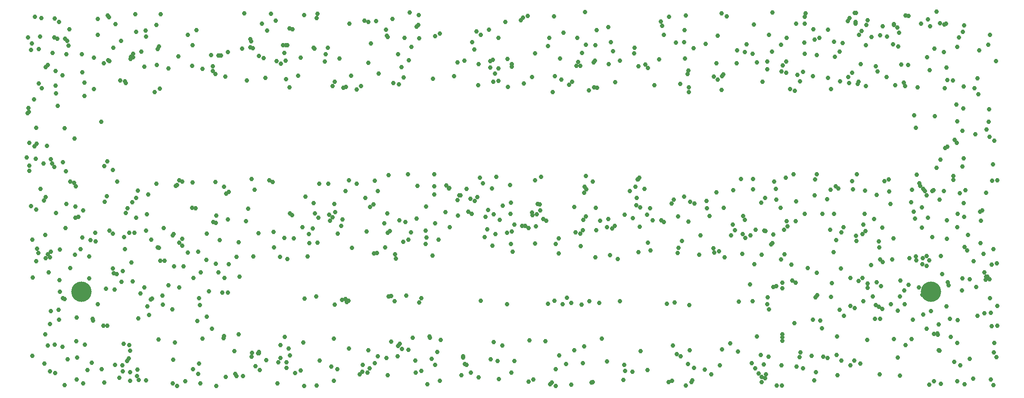
<source format=gbr>
G04 DipTrace 3.0.0.1*
G04 TopMask.gbr*
%MOIN*%
G04 #@! TF.FileFunction,Soldermask,Top*
G04 #@! TF.Part,Single*
%AMOUTLINE1*5,1,6,0,0,0.036651,-5E-6.0*%
%ADD16C,0.15748*%
%ADD21OUTLINE1*%
%FSLAX26Y26*%
G04*
G70*
G90*
G75*
G01*
G04 TopMask*
%LPD*%
D16*
X1015906Y1249501D3*
X7590709D3*
D21*
X638656Y1359126D3*
X3387497Y3223127D3*
X5144083Y1758625D3*
X7917177Y577139D3*
X6575483Y2878172D3*
X5663026Y1641184D3*
X2098222Y3080492D3*
X2053988Y2936974D3*
X2998545Y1699715D3*
X4311606Y1151211D3*
X757357Y3007325D3*
X779038Y1097772D3*
X7709951Y1136892D3*
X3735937Y2898377D3*
X8042202Y2448684D3*
X2428348Y3058373D3*
X7337647Y3150573D3*
X2629298Y754301D3*
X3359025Y1778570D3*
X3899925Y2917946D3*
X4333391Y2074391D3*
X6298974Y1721001D3*
X4074169Y3267278D3*
X4908609Y2061168D3*
X7609171Y2034449D3*
X4540899Y1848848D3*
X6204484Y695236D3*
X741159Y2990113D3*
X5753681Y3136764D3*
X774531Y633416D3*
X1595533Y2084450D3*
X2561218Y3014605D3*
X6755899Y746312D3*
X750375Y2380696D3*
X603421Y3218063D3*
X5757316Y658552D3*
X7444751Y2038932D3*
X2713820Y639827D3*
X6619238Y3406052D3*
X1086899Y1648785D3*
X7794677Y1748353D3*
X5985518Y1899614D3*
X2116504Y888109D3*
X3036412Y1810496D3*
X899797Y3090518D3*
X1024336Y1670096D3*
X7186549Y1638238D3*
X6915260Y1062409D3*
X808277Y2215791D3*
X5167022Y1503169D3*
X2277475Y3406769D3*
X1502730Y2992736D3*
X6337152Y1112951D3*
X6087459Y3019703D3*
X2086217Y1649005D3*
X5717345Y2794526D3*
X1368971Y712026D3*
X7328571Y3295335D3*
X1386719Y1707186D3*
X6676592Y1032294D3*
X1954404Y2974462D3*
X4181507Y3036143D3*
X4169556Y3279526D3*
X3948530Y1995142D3*
X1643870Y1219504D3*
X7512262Y3326385D3*
X1020723Y3088133D3*
X6255550Y616490D3*
X4221270Y1695916D3*
X6323400Y2972324D3*
X7473597Y2518278D3*
X7012782Y1642615D3*
X1279909Y3321480D3*
X7126003Y1456701D3*
X6456303Y1538264D3*
X4767299Y690280D3*
X1289999Y1387079D3*
X7263427Y2120672D3*
X6312924Y607787D3*
X8038219Y2566644D3*
X891831Y1743210D3*
X1926004Y692865D3*
X4563797Y1924988D3*
X3474157Y2854780D3*
X7195570Y1498146D3*
X6840415Y1851836D3*
X614995Y2401898D3*
X8042720Y1345966D3*
X7557442Y962495D3*
X8104333Y2113751D3*
X7834539Y2495164D3*
X7842521Y2281091D3*
X1659202Y1490525D3*
X2132450Y590265D3*
X850427Y1574265D3*
X5582356Y1933651D3*
X632325Y3171580D3*
X3969967Y749354D3*
X5950987Y1563445D3*
X4943694Y2809928D3*
X7215114Y3307454D3*
X4425682Y1760396D3*
X1806434Y1445605D3*
X3429298Y2866929D3*
X2626789Y3288593D3*
X5856159Y1894423D3*
X1688829Y2977794D3*
X2777445Y1695576D3*
X7007619Y3340825D3*
X4029896Y623306D3*
X8052142Y1086312D3*
X6913521Y1750421D3*
X5340129Y1901109D3*
X4922228Y2041028D3*
X7031156Y1331076D3*
X5636252Y1587675D3*
X6441012Y1317810D3*
X3414152Y862218D3*
X1127522Y1640046D3*
X5678535Y3182972D3*
X5841119Y646318D3*
X2032238Y2958265D3*
X7599915Y2029337D3*
X2057126Y1784012D3*
X8095361Y744000D3*
X7567606Y3358054D3*
X6749730Y1853983D3*
X5710667Y689369D3*
X4107449Y3238573D3*
X830369Y3209168D3*
X5006728Y2828314D3*
X3555277Y3413827D3*
X8094080Y3035391D3*
X663887Y2280088D3*
X7304951Y881961D3*
X5129605Y3112707D3*
X3495282Y804854D3*
X789003Y2241668D3*
X4992098Y1515171D3*
X7996636Y1543714D3*
X7190598Y1593143D3*
X896066Y2184001D3*
X3542743Y2158811D3*
X1105781Y1027104D3*
X5418839Y1569030D3*
X6273562Y760455D3*
X7086579Y3160660D3*
X3839476Y2071450D3*
X868356Y823572D3*
X1720841Y1113108D3*
X7214869Y1116035D3*
X6581462Y779850D3*
X5593789Y831098D3*
X7523020Y1225923D3*
X7386635Y1153731D3*
X3250394Y1905413D3*
X6055526Y1770734D3*
X5485453Y3050799D3*
X6733505Y1025953D3*
X6815007Y2039669D3*
X4203995Y2874496D3*
X1308938Y584139D3*
X7196719Y3235976D3*
X2239156Y1366121D3*
X7584070Y3305634D3*
X1872497Y3000026D3*
X4876525Y3000328D3*
X1382537Y732329D3*
X3862887Y2052608D3*
X2741529Y3392140D3*
X6470635Y2944732D3*
X1767240Y3072860D3*
X7520762Y1745297D3*
X6190361Y1305577D3*
X2137845Y2008093D3*
X7524157Y1463362D3*
X5380816Y3008025D3*
X1541049Y1068106D3*
X3042987Y2828058D3*
X7265731Y2024936D3*
X7042820Y691558D3*
X5628567Y1548530D3*
X4039730Y3182509D3*
X7555549Y1526759D3*
X7560167Y3065646D3*
X2585837Y1665837D3*
X1936138Y540551D3*
X5706004Y2934442D3*
X7666580Y537252D3*
X2923854Y3138818D3*
X7692445Y3319109D3*
X4627827Y1155576D3*
X5694399Y523278D3*
X1374930Y1897445D3*
X5955852Y680335D3*
X7008802Y3409635D3*
X2363921Y672430D3*
X4771988Y1202971D3*
X993154Y1830885D3*
X3280353Y1546735D3*
X4709790Y1662465D3*
X3524591Y1789878D3*
X7067745Y1175719D3*
X1839761Y3237966D3*
X6163261Y3166245D3*
X2446407Y720332D3*
X1773723Y1282982D3*
X2207047Y613736D3*
X1940909Y1399408D3*
X4348312Y1715675D3*
X3601462Y715251D3*
X888344Y2517417D3*
X6244898Y3026205D3*
X1294957Y2102659D3*
X7353239Y1336806D3*
X1920298Y1558379D3*
X7478412Y2155442D3*
X5941505Y3231034D3*
X4533832Y1754866D3*
X7934825Y2468450D3*
X1984563Y1497205D3*
X6794298Y3280841D3*
X3779220Y1652630D3*
X4685634Y1618983D3*
X7100676Y1311869D3*
X6995875Y717297D3*
X1746865Y2070726D3*
X1208081Y1271739D3*
X1757503Y518566D3*
X1458730Y564265D3*
X3834936Y1864453D3*
X7296143Y3166098D3*
X7288820Y1500343D3*
X2659819Y1663727D3*
X2601226Y3159757D3*
X6298230Y687253D3*
X3680230Y1723992D3*
X3213814Y1975314D3*
X4108312Y1177825D3*
X4090210Y587051D3*
X1102888Y1039766D3*
X8046804Y3239049D3*
X7086643Y2843287D3*
X5930753Y2017833D3*
X5325531Y2994346D3*
X8063751Y2108933D3*
X6599356Y655075D3*
X6391411Y2046117D3*
X4060399Y1953757D3*
X3255297Y3172512D3*
X810475Y840619D3*
X3448831Y1504719D3*
X4858650Y3029167D3*
X3088364Y3327476D3*
X7379272Y2869881D3*
X3440587Y1176669D3*
X1024612Y2947643D3*
X4476014Y551276D3*
X7439432Y883738D3*
X5084798Y708888D3*
X5278790Y629944D3*
X4123109Y2090354D3*
X2482297Y3403961D3*
X6896218Y1707585D3*
X7786580Y2699000D3*
X2506549Y1593165D3*
X2905982Y3088059D3*
X3237892Y3024238D3*
X7350030Y599060D3*
X2036434Y1790751D3*
X2454126Y3271049D3*
X3086043Y2112563D3*
X6846661Y3069702D3*
X3275197Y1926295D3*
X5524782Y1789614D3*
X885710Y1193732D3*
X6363601Y1624257D3*
X1899996Y1896948D3*
X7361612Y3007678D3*
X4681315Y2919577D3*
X842854Y3339787D3*
X4236777Y714172D3*
X4245255Y572167D3*
X4663322Y2796718D3*
X1392982Y793381D3*
X1123465Y1705967D3*
X4470333Y3385589D3*
X1798012Y1604383D3*
X1771971Y1628869D3*
X756465Y833853D3*
X6960974Y3369059D3*
X3316068Y2939518D3*
X6370654Y1285778D3*
X7384609Y1260696D3*
X1629430Y3398588D3*
X5416631Y1895858D3*
X7764854Y2144415D3*
X6815341Y2819651D3*
X1599163Y3004814D3*
X2290987Y1794883D3*
X2645684Y1843084D3*
X1501993Y1283450D3*
X705917Y3367657D3*
X6690073Y3203663D3*
X1562895Y1196000D3*
X2970049Y558682D3*
X4905690Y826286D3*
X5852585Y1952333D3*
X2976432Y1149875D3*
X1607424Y3128773D3*
X6150147Y3105234D3*
X5616259Y3180042D3*
X6510306Y1459106D3*
X6310345Y1719912D3*
X2158035Y2022570D3*
X8013211Y1341676D3*
X6546449Y1948406D3*
X4526780Y2113564D3*
X4676319Y1178488D3*
X7478285Y1493260D3*
X757568Y1539747D3*
X1400694Y3068954D3*
X5334604Y2133699D3*
X3178954Y2842797D3*
X6332787Y746115D3*
X5713450Y2961071D3*
X5685885Y3055657D3*
X7216722Y1477912D3*
X7095906Y874676D3*
X1394633Y626602D3*
X3310993Y748570D3*
X2959623Y2841047D3*
X8019018Y2505260D3*
X3692398Y533719D3*
X5097747Y3011213D3*
X6668060Y752357D3*
X3287975Y2110521D3*
X4244041Y2977612D3*
X7394312Y836373D3*
X2388437Y771793D3*
X4807014Y530134D3*
X3014049Y3055231D3*
X7461507Y2616192D3*
X7047630Y3014129D3*
X3492950Y2987846D3*
X3995391Y681932D3*
X5559302Y550811D3*
X2625199Y2831243D3*
X4728904Y2890963D3*
X1328031Y1327144D3*
X7837046Y3262357D3*
X6747862Y966003D3*
X7486232Y2831722D3*
X2940014Y1798050D3*
X5083932Y1749341D3*
X5283339Y1820626D3*
X1729667Y1696446D3*
X6894312Y1428529D3*
X670201Y2394870D3*
X7000484Y1122178D3*
X4896764Y694457D3*
X6281541Y1537168D3*
X4983055Y2832597D3*
X4483878Y873490D3*
X1112378Y3062963D3*
X901331Y1927996D3*
X2469546Y2111877D3*
X3731899Y1527631D3*
X7847135Y3311521D3*
X1260327Y2193975D3*
X3710584Y901444D3*
X3995286Y2044581D3*
X5436886Y1801857D3*
X4308879Y1706794D3*
X7577409Y1492146D3*
X4346693Y2994211D3*
X3170026Y610146D3*
X5182976Y3038399D3*
X4058298Y3126982D3*
X7580604Y2966386D3*
X2335541Y776724D3*
X1646867Y1148039D3*
X6979701Y2106698D3*
X7080337Y2034129D3*
X1725001Y1686822D3*
X7415168Y1302717D3*
X5725239Y1944492D3*
X8003882Y1081810D3*
X1396026Y3052699D3*
X5848079Y3169678D3*
X5372764Y2045381D3*
X4142543Y1829185D3*
X1438638Y3261177D3*
X1044156Y840178D3*
X4244268Y2884173D3*
X3602886Y621917D3*
X5451387Y2849335D3*
X4885744Y1147881D3*
X7521505Y1902850D3*
X4741350Y1150923D3*
X4339151Y1620702D3*
X1276399Y681157D3*
X4642429Y533997D3*
X3230479Y623081D3*
X7975797Y1798379D3*
X1323635Y3192854D3*
X4194841Y2048535D3*
X2620873Y808621D3*
X4502730Y1861995D3*
X1927916Y1199563D3*
X5652419Y750362D3*
X7832904Y1354050D3*
X2077835Y3079797D3*
X7065081Y1770562D3*
X4504852Y2913896D3*
X792711Y3098877D3*
X7791996Y557319D3*
X4418175Y3353112D3*
X3646812Y1197944D3*
X4037612Y1853900D3*
X7877874Y1688287D3*
X960509Y2092732D3*
X6678808Y3283311D3*
X7712268Y1660387D3*
X7699719Y2362801D3*
X7089760Y3316268D3*
X7690927Y3107312D3*
X1217203Y984343D3*
X6699004Y627339D3*
X5807324Y1685281D3*
X7974025Y1626896D3*
X6480428Y1755634D3*
X7311941Y2848807D3*
X4978971Y3026659D3*
X7156722Y1037790D3*
X6709831Y1224073D3*
X4090089Y3014239D3*
X1515890Y3227138D3*
X6440713Y895181D3*
X6208429Y3093231D3*
X1211710Y1988895D3*
X4253146Y1804920D3*
X4607697Y864597D3*
X2149235Y1242873D3*
X3464495Y749991D3*
X1233958Y1721622D3*
X931123Y2103147D3*
X7708035Y3326480D3*
X2821051Y3132327D3*
X2020701Y3084194D3*
X724500Y2243919D3*
X916807Y3157361D3*
X7614055Y924188D3*
X5112471Y3182421D3*
X2976152Y2876143D3*
X969365Y1822392D3*
X873471Y1199959D3*
X6790657Y735558D3*
X5585867Y559833D3*
X3680332Y1618770D3*
X842866Y1032420D3*
X1188753Y3020900D3*
X8081688Y851684D3*
X5973283Y2919411D3*
X655692Y3377919D3*
X1337781Y631731D3*
X1142963Y3240904D3*
X2342371Y3137396D3*
X6278420Y548241D3*
X2844138Y3402898D3*
X4205757Y859541D3*
X7657951Y791874D3*
X613538Y2227496D3*
X8003451Y1397777D3*
X2630862Y1855046D3*
X1525663Y1137163D3*
X7891018Y1344963D3*
X1911928Y1021177D3*
X6275497Y1938343D3*
X4973664Y549757D3*
X8102134Y1138539D3*
X6884934Y3110513D3*
X778795Y2274770D3*
X7455613Y1867661D3*
X1352568Y1578656D3*
X4687856Y517728D3*
X6474051Y1794982D3*
X4200175Y3047262D3*
X3752024Y1780073D3*
X1552231Y1189472D3*
X5970593Y2811949D3*
X3578474Y891362D3*
X1612304Y879563D3*
X7713087Y1801924D3*
X6429581Y3162319D3*
X7194865Y608285D3*
X2061185Y1838297D3*
X1875450Y2095314D3*
X2322322Y3206906D3*
X5606189Y1165879D3*
X6212451Y2042000D3*
X1194518Y2223143D3*
X7986181Y1878752D3*
X5043945Y886178D3*
X977109Y867319D3*
X726039Y1954756D3*
X2149214Y1810505D3*
X2215209Y595358D3*
X872365Y2252130D3*
X5401470Y1628664D3*
X6686154Y561596D3*
X3627577Y3391962D3*
X1878961Y648835D3*
X4027782Y1970752D3*
X7342167Y3257441D3*
X5992398Y1516815D3*
X3468144Y829362D3*
X2027823Y962727D3*
X1198235Y1944403D3*
X6707636Y3082846D3*
X6394623Y1292731D3*
X4840749Y1710825D3*
X7663915Y2273081D3*
X3382319Y1855584D3*
X5304951Y2063741D3*
X2778759Y1626496D3*
X6101701Y1170942D3*
X7394125Y3388114D3*
X665241Y1484558D3*
X1738958Y854677D3*
X6364087Y3411638D3*
X1906669Y3276459D3*
X4295172Y3338388D3*
X7618151Y3133415D3*
X3147488Y2815573D3*
X4572451Y2140912D3*
X2968726Y886486D3*
X6535327Y2806198D3*
X2053823Y2098484D3*
X868634Y2925367D3*
X7204043Y1291938D3*
X7506323Y2067979D3*
X4098875Y2131675D3*
X6036075Y850654D3*
X6855343Y1648345D3*
X2498012Y2098534D3*
X6323223Y3031093D3*
X7769259Y704652D3*
X2346146Y1521558D3*
X7619442Y2610038D3*
X6241720Y901570D3*
X7098967Y1280290D3*
X5973996Y803961D3*
X4367835Y712407D3*
X5524693Y3237944D3*
X7437101Y1940979D3*
X2692020Y2921286D3*
X8098457Y1470499D3*
X6430814Y1499207D3*
X2332621Y746037D3*
X3084427Y1178139D3*
X3926530Y3026001D3*
X848281Y1339648D3*
X731017Y690970D3*
X8071259Y2234883D3*
X2120785Y2061346D3*
X2552525Y1519488D3*
X1393354Y560264D3*
X1616629Y1589804D3*
X2075575Y1399276D3*
X2198665Y790480D3*
X6394912Y1963812D3*
X7651421Y794273D3*
X6152525Y1664432D3*
X2726991Y1750594D3*
X5910996Y2917280D3*
X6727454Y3216476D3*
X5298273Y3140306D3*
X2812608Y1937037D3*
X7839157Y2669249D3*
X668312Y2519391D3*
X4747487Y3256130D3*
X6694547Y2120173D3*
X5293920Y3094577D3*
X7773556Y2425295D3*
X7212987Y1745724D3*
X7526576Y1510470D3*
X4513878Y569223D3*
X3245025Y656028D3*
X6059988Y2036327D3*
X1230541Y3376588D3*
X2858257Y2086934D3*
X3624535Y3315028D3*
X6550769Y669327D3*
X7149143Y1811755D3*
X6676461Y2920378D3*
X5030329Y1800635D3*
X6612665Y1854109D3*
X6148841Y1804699D3*
X4920940Y3162881D3*
X1557395Y1654000D3*
X3394112Y1211979D3*
X6707848Y2157728D3*
X2266615Y597486D3*
X2997517Y648343D3*
X7555757Y1447983D3*
X7590423Y1100093D3*
X738042Y1687682D3*
X6213110Y2121806D3*
X4708361Y1546736D3*
X3791230Y3250253D3*
X4963654Y547336D3*
X5216696Y682862D3*
X5319499Y2118272D3*
X1986761Y1056332D3*
X7053106Y3269823D3*
X780318Y1557793D3*
X1445160Y596899D3*
X3058458Y1191677D3*
X2767915Y1521424D3*
X1952780Y886071D3*
X1625584Y1489643D3*
X3298063Y3345058D3*
X2330508Y3188703D3*
X5314992Y1975537D3*
X1755343Y2075314D3*
X741399Y1983059D3*
X7279340Y1153675D3*
X818062Y2847129D3*
X4276315Y1914874D3*
X3304218Y1550268D3*
X7813667Y2011213D3*
X2259676Y3132398D3*
X2520549Y3349744D3*
X654677Y2375852D3*
X7598970Y1672879D3*
X4829529Y1905453D3*
X1432765Y3400711D3*
X6945647Y3346102D3*
X4847398Y2999327D3*
X2504495Y1710975D3*
X6707615Y1395244D3*
X6439178Y869459D3*
X772262Y1515346D3*
X3970180Y740050D3*
X764916Y1397589D3*
X6096566Y784465D3*
X7450903Y1033516D3*
X8046846Y1200487D3*
X2813580Y3138159D3*
X1875677Y3159867D3*
X1516444Y1723654D3*
X8060652Y1460522D3*
X6444287Y3003133D3*
X3403182Y1720804D3*
X4993358Y3160504D3*
X5906396Y1585542D3*
X4337159Y1853298D3*
X6907853Y3175382D3*
X6518207Y1336409D3*
X6698323Y1205206D3*
X8071699Y526230D3*
X7171627Y2000654D3*
X1077802Y1522832D3*
X3770996Y782203D3*
X2297812Y2885907D3*
X2033461Y2995088D3*
X6222290Y1463273D3*
X1168810Y2565839D3*
X2598568Y2894289D3*
X609395Y2643101D3*
X6231047Y654492D3*
X8079507Y2417811D3*
X5622888Y765377D3*
X2386614Y1703657D3*
X5392651Y1846982D3*
X2382438Y773526D3*
X4505988Y1841154D3*
X1474879Y1235808D3*
X7633383Y2209572D3*
X8104538Y984862D3*
X1439327Y1975230D3*
X3754059Y3228546D3*
X7304794Y3323316D3*
X4156778Y1731886D3*
X5221933Y636471D3*
X3728248Y730698D3*
X3925699Y1960198D3*
X6234677Y1730701D3*
X1596936Y3316404D3*
X7164092Y2996625D3*
X7640823Y924706D3*
X2927014Y2087567D3*
X4879196Y1601281D3*
X4973934Y2101073D3*
X3683063Y1908585D3*
X6966844Y679681D3*
X2061304Y520273D3*
X2412694Y3324942D3*
X1040719Y2765958D3*
X2055236Y1466157D3*
X3746824Y2067255D3*
X6612576Y3379592D3*
X7129438Y3221951D3*
X7612764Y556867D3*
X4313215Y3051903D3*
X6786110Y1966861D3*
X3617135Y2069344D3*
X1334252Y679388D3*
X6335276Y3239119D3*
X7075623Y1852634D3*
X2714308Y3061895D3*
X1061749Y641587D3*
X2973056Y1928887D3*
X4589657Y1811281D3*
X3530155Y1219488D3*
X2733538Y856698D3*
X2860735Y717576D3*
X2234409Y918636D3*
X7632597Y3419469D3*
X6073343Y1726827D3*
X6599269Y2953469D3*
X1726362Y724114D3*
X6835215Y1556207D3*
X7851462Y1597383D3*
X4686835Y649664D3*
X2334924Y2123251D3*
X4907420Y2015428D3*
X699778Y2046461D3*
X1796912Y2102734D3*
X8054256Y568467D3*
X850283Y1247639D3*
X6614235Y3091213D3*
X7795020Y3145000D3*
X7417353Y3384526D3*
X5023521Y1161455D3*
X973757Y2067133D3*
X3480974Y845614D3*
X6090182Y3120732D3*
X2390386Y783587D3*
X5002709Y3275387D3*
X4217780Y2938849D3*
X5876196Y1836958D3*
X7807110Y3219583D3*
X2843478Y1627697D3*
X2980507Y1866858D3*
X1221564Y3389686D3*
X4895680Y1726929D3*
X7390652Y2842012D3*
X808238Y3218181D3*
X7726262Y1298908D3*
X7950247Y2901672D3*
X4368265Y1770315D3*
X7275028Y1927669D3*
X4451635Y1760631D3*
X7667432Y1525946D3*
X1532602Y2001134D3*
X2156938Y1463970D3*
X3790399Y558761D3*
X8032507Y3164157D3*
X6473537Y3216606D3*
X8038874Y2663579D3*
X6822807Y1314302D3*
X1387542Y835865D3*
X4440768Y2860937D3*
X1028642Y1879672D3*
X5888818Y609541D3*
X2557730Y837535D3*
X5599720Y1961833D3*
X1478425Y3110199D3*
X3753008Y682497D3*
X6354680Y1615941D3*
X1409339Y1941778D3*
X4163411Y1881483D3*
X7140366Y1211627D3*
X6854941Y2065991D3*
X3287009Y696257D3*
X4477324Y1743870D3*
X6378123Y2100974D3*
X7474373Y1521702D3*
X7716356Y2888387D3*
X8075253Y779185D3*
X1354207Y2877942D3*
X5395370Y642604D3*
X3223241Y1715841D3*
X7304881Y3317066D3*
X924488Y3282659D3*
X2129478Y2916232D3*
X1883361Y1354543D3*
X3206054Y3347673D3*
X2836442Y3368001D3*
X3412545Y1216911D3*
X3858936Y2047896D3*
X2307290Y1893706D3*
X5683575Y3276486D3*
X6501257Y2820731D3*
X7649412Y994497D3*
X1401693Y1474848D3*
X7698224Y2826358D3*
X5000324Y1724753D3*
X5939613Y2890966D3*
X7719877Y1323475D3*
X6839241Y3187091D3*
X627970Y3123543D3*
X3311248Y2030453D3*
X7528529Y2045072D3*
X7834912Y2220588D3*
X2356419Y2040483D3*
X5210068Y564694D3*
X821415Y2785156D3*
X6811156Y1729705D3*
X2391340Y3075017D3*
X3646276Y637269D3*
X7675252Y1385192D3*
X4996509Y1900085D3*
X3747823Y2002367D3*
X6557720Y2929302D3*
X4206711Y1850778D3*
X3795623Y876294D3*
X7708675Y2984806D3*
X6307609Y1974940D3*
X6042071Y1685274D3*
X2004003Y1253490D3*
X5146475Y2872387D3*
X6192835Y1684996D3*
X6978756Y2946840D3*
X4656207Y546112D3*
X6467932Y2132070D3*
X5326366Y1556339D3*
X2948857Y670012D3*
X7029289Y2874508D3*
X7830937Y1258161D3*
X1144016Y1153169D3*
X3380731Y3232638D3*
X5928621Y3020845D3*
X7334269Y1101350D3*
X4432551Y3371885D3*
X3058837Y2030844D3*
X5971249Y3406520D3*
X4272840Y832907D3*
X5680778Y1984948D3*
X6287626Y2874362D3*
X4343231Y624071D3*
X2748829Y1985083D3*
X6453530Y1729919D3*
X711331Y2827206D3*
X6868285Y601525D3*
X6543619Y1318898D3*
X2609496Y1503114D3*
X817782Y2960655D3*
X4009505Y1867793D3*
X6883735Y1110804D3*
X6635797Y1430934D3*
X7332018Y739669D3*
X4227583Y2140260D3*
X4991636Y3040365D3*
X7890445Y728392D3*
X2832664Y1211831D3*
X5722400Y796370D3*
X3146969Y2087076D3*
X3237552Y3338294D3*
X4913169Y3417098D3*
X1259963Y1700581D3*
X6792534Y2905214D3*
X1425399Y1705282D3*
X636630Y753533D3*
X2526525Y3035711D3*
X6863500Y902832D3*
X683201Y1549791D3*
X1732416Y1445958D3*
X7761627Y2886272D3*
X6322530Y1152092D3*
X1523340Y1850329D3*
X5795927Y1535220D3*
X7101302Y3351524D3*
X6136129Y1836143D3*
X4354407Y1558245D3*
X7848152Y1828071D3*
X735117Y920253D3*
X1873970Y1900475D3*
X7024388Y2860576D3*
X4672790Y3383908D3*
X7164434Y1147091D3*
X1272571Y1266076D3*
X7717774Y2373185D3*
X1009417Y1578081D3*
X1095319Y699625D3*
X627711Y1912133D3*
X4876769Y1700461D3*
X4626404Y3153626D3*
X648492Y2739499D3*
X5343080Y789423D3*
X5563329Y3378308D3*
X740563Y1509734D3*
X7857524Y2037135D3*
X1358455Y2866045D3*
X3930592Y1839193D3*
X1514126Y3271135D3*
X6887997Y2878231D3*
X3064825Y2834780D3*
X7249097Y3226526D3*
X4338694Y1939437D3*
X1261521Y1427647D3*
X1773165Y2113114D3*
X2532245Y540865D3*
X7544643Y2027597D3*
X6986253Y2043501D3*
X2575404Y3158224D3*
X1342895Y846346D3*
X3387585Y603364D3*
X7744470Y900087D3*
X3547049Y1652457D3*
X6526451Y2159504D3*
X6965448Y1139621D3*
X7017566Y2157636D3*
X2122369Y1354777D3*
X8016765Y1364446D3*
X1265978Y1391383D3*
X4789698Y2853331D3*
X7061052Y1355807D3*
X7084894Y1720534D3*
X6010676Y3383997D3*
X3468115Y3090249D3*
X4527339Y1623709D3*
X2651375Y3282105D3*
X3565874Y1708483D3*
X1417453Y3066633D3*
X5693476Y3389760D3*
X2588325Y3100167D3*
X5713623Y1793703D3*
X6860542Y759491D3*
X1796121Y1658493D3*
X2901152Y3033982D3*
X5759196Y1933133D3*
X4814720Y2874264D3*
X7187820Y1132882D3*
X3110060Y1588011D3*
X2961529Y1827451D3*
X6441354Y919377D3*
X1622260Y2822623D3*
X8060184Y982408D3*
X3235395Y796037D3*
X889412Y3208827D3*
X5738094Y547685D3*
X3376730Y735226D3*
X906542Y3192077D3*
X1223602Y3042408D3*
X4088299Y2849772D3*
X4900319Y1806285D3*
X7301436Y1663581D3*
X4545478Y1928941D3*
X1262832Y3139092D3*
X1934627Y1144420D3*
X2836403Y521192D3*
X1347808Y1673755D3*
X2822911Y1856093D3*
X1077823Y1352930D3*
X6431903Y678354D3*
X6543583Y1794970D3*
X6948404Y2911579D3*
X685831Y2862270D3*
X5982357Y2933094D3*
X7796018Y1027669D3*
X1038427Y2867937D3*
X8016176Y2015458D3*
X6531860Y1006273D3*
X4243467Y3217262D3*
X2808343Y1739610D3*
X7169227Y1321815D3*
X2105592Y1241888D3*
X2540923Y703942D3*
X3424507Y3363776D3*
X6437752Y524087D3*
X4829996Y795962D3*
X4184766Y725455D3*
X4136702Y1674241D3*
X7925957Y2824990D3*
X7495987Y1282593D3*
X5336579Y1753276D3*
X7842902Y1934846D3*
X3547243Y799451D3*
X6998602Y3408483D3*
X636189Y1654163D3*
X5124898Y1739121D3*
X7655388Y1964046D3*
X1839504Y1551816D3*
X7791026Y2402378D3*
X1654566Y1743440D3*
X6691119Y1996504D3*
X2609285Y3158865D3*
X7964328Y3118944D3*
X3194463Y683812D3*
X6872251Y2050709D3*
X3394045Y2153307D3*
X3188808Y629030D3*
X7178328Y2954760D3*
X666045Y1885678D3*
X7032962Y3239474D3*
X7059797Y1696448D3*
X4714081Y756337D3*
X6470478Y3032774D3*
X7791885Y852676D3*
X5502711Y1802592D3*
X2745020Y1195014D3*
X1416178Y3092913D3*
X1450772Y646202D3*
X964399Y2436648D3*
X5092398Y3300538D3*
X3550535Y3040980D3*
X1233823Y3034289D3*
X4945522Y1175566D3*
X4919105Y1834146D3*
X910311Y724441D3*
X6371278Y1692938D3*
X7577315Y530455D3*
X2602749Y703484D3*
X6279612Y589593D3*
X6967033Y1357274D3*
X2604369Y658236D3*
X7688812Y2029575D3*
X4196825Y1606409D3*
X885218Y524709D3*
X819631Y1858265D3*
X5106374Y1533155D3*
X5547304Y1155762D3*
X980176Y1049112D3*
X6327260Y1205038D3*
X4636335Y3215965D3*
X3609184Y3301186D3*
X5743978Y561881D3*
X4889971Y3099944D3*
X5500102Y3342396D3*
X2438986Y2905609D3*
X6427478Y1898667D3*
X593726Y2288738D3*
X7229369Y2107133D3*
X6546046Y3326528D3*
X979911Y568846D3*
X2933949Y1844822D3*
X967328Y1537125D3*
X6816726Y1210488D3*
X6897785Y716080D3*
X3746159Y2159089D3*
X6210201Y1177352D3*
X7955850Y2780840D3*
X3070377Y1168295D3*
X3713882Y892244D3*
X1515079Y562954D3*
X607726Y2671592D3*
X5091886Y1812529D3*
X1583198Y2795699D3*
X7351232Y1213433D3*
X1617115Y3148648D3*
X685307Y3128276D3*
X3568459Y3147572D3*
X1112760Y2819856D3*
X3373676Y3280068D3*
X6307147Y579503D3*
X3983454Y690404D3*
X6219320Y3319031D3*
X1920856Y612335D3*
X2321970Y3144005D3*
X7423672Y1510021D3*
X7557350Y1997245D3*
X1691514Y1299480D3*
X3630631Y3212039D3*
X3387714Y1704361D3*
X7659899Y3328957D3*
X7920942Y1485033D3*
X3443408Y1538828D3*
X6433757Y2954778D3*
X6608644Y3177689D3*
X3980555Y3040259D3*
X1453881Y2033835D3*
X1193676Y544377D3*
X7466526Y1815000D3*
X7528756Y1074222D3*
X3507012Y1635054D3*
X7567860Y1822113D3*
X599631Y2633903D3*
X3629213Y1164657D3*
X5398451Y2983159D3*
X3685709Y1667871D3*
X5649605Y2859875D3*
X1173131Y648193D3*
X7870370Y1568008D3*
X1455810Y1042035D3*
X5328043Y2121243D3*
X7195164Y1038717D3*
X6613807Y3325037D3*
X5181988Y1175487D3*
X3086332Y810404D3*
X1336604Y1410163D3*
X2217957Y1520013D3*
X984686Y739512D3*
X6121197Y2121686D3*
X614999Y2186427D3*
X7735157Y1038703D3*
X7007241Y3327571D3*
X7762546Y2116228D3*
X6956070Y2866908D3*
X5634705Y1833699D3*
X7939965Y1284585D3*
X3103407Y2924157D3*
X774219Y1000672D3*
X4807663Y1161080D3*
X7844759Y2839724D3*
X6360287Y3109688D3*
X2149201Y3107501D3*
X8074000Y1578630D3*
X3865059Y1749331D3*
X1143579Y3361651D3*
X5221199Y1845944D3*
X7949274Y1062316D3*
X4614202Y1800260D3*
X1724927Y539819D3*
X7246759Y2913350D3*
X4345597Y3011860D3*
X5719942Y1146825D3*
X808650Y3365932D3*
X3511311Y2910115D3*
X5260391Y2027969D3*
X4178466Y2985126D3*
X3517865Y3215283D3*
X1187215Y985434D3*
X930150Y1432818D3*
X1818925Y554920D3*
X3034806Y1186222D3*
X3026959Y1760760D3*
X1029322Y538455D3*
X674054Y1583177D3*
X7969752Y1869151D3*
X4854314Y3215934D3*
X4921333Y2144936D3*
X812936Y620724D3*
X7794157Y2570853D3*
X2119579Y904724D3*
X5508697Y3309573D3*
X7011604Y1681033D3*
X4080045Y1982308D3*
X2555726Y735495D3*
X2396077Y642026D3*
X6397692Y521734D3*
X5309563Y1919751D3*
X3476657Y1802136D3*
X7817602Y680854D3*
X3366453Y1593102D3*
X4719816Y3055978D3*
X2233037Y1633618D3*
X7642285Y915446D3*
X4566727Y1878896D3*
X1215853Y2258825D3*
X4315856Y2837168D3*
X5717743Y2831136D3*
X696647Y3226525D3*
X2596375Y3039037D3*
X7500521Y2089257D3*
X838757Y1110894D3*
X2589856Y898001D3*
X2850138Y1822474D3*
X832163Y2688846D3*
X969119Y1908262D3*
X7412675Y3005009D3*
X3610458Y1817234D3*
X6130356Y1542887D3*
X4525484Y3095333D3*
X6441106Y1274514D3*
X3957097Y601545D3*
X2741189Y520438D3*
X2668629Y620886D3*
X7850109Y534075D3*
X5912360Y1552247D3*
X6572451Y741887D3*
X1439096Y1822991D3*
X6134656Y1695959D3*
X1360870Y1858144D3*
X3939668Y1996709D3*
X1413627Y1328623D3*
X1317104Y2884997D3*
X1986749Y1698832D3*
X7798306Y1850944D3*
X8025127Y1367064D3*
X1606514Y1591085D3*
M02*

</source>
